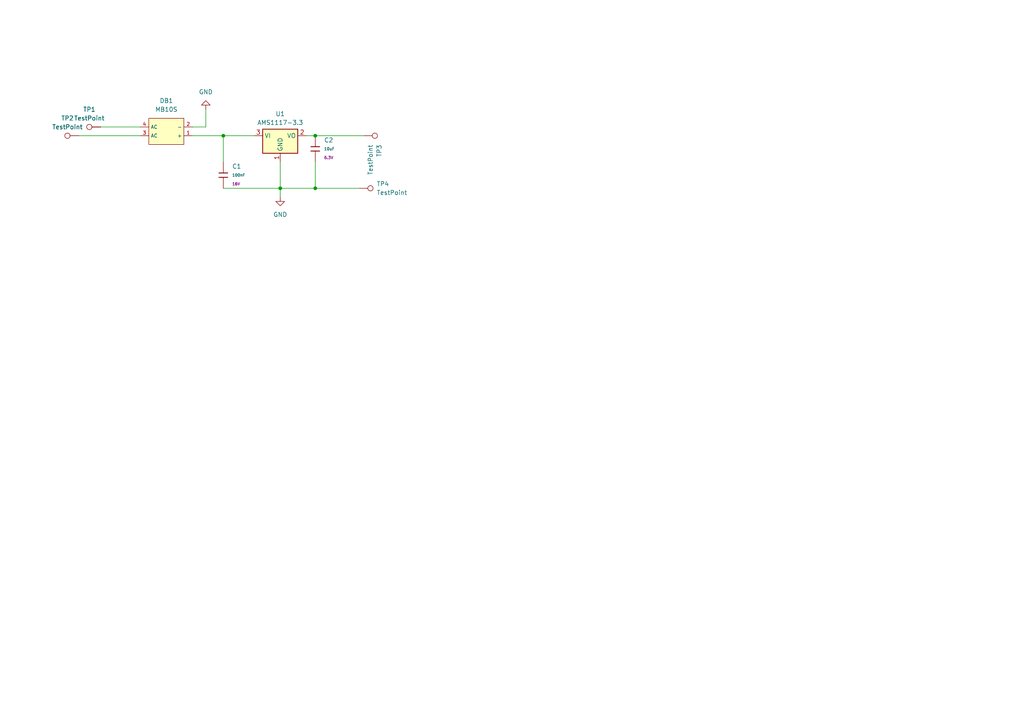
<source format=kicad_sch>
(kicad_sch (version 20250114) (generator "eeschema") (generator_version "9.0")
  (paper "A4")
  (lib_symbols
    (symbol "Connector:TestPoint" (pin_numbers (hide yes)) (pin_names (offset 0.762) (hide yes))
      (property "Reference" "TP" (at 0 6.858 0))
      (property "Value" "TestPoint" (at 0 5.08 0))
      (symbol "TestPoint_0_1"
        (circle (center 0 3.302) (radius 0.762))
      )
      (symbol "TestPoint_1_1"
        (pin passive line (at 0 0 90) (length 2.54) (name "1") (number "1"))
      )
    )
    (symbol "PCM_JLCPCB-Capacitors:0402,100nF" (pin_numbers (hide yes)) (pin_names (offset 0))
      (property "Reference" "C" (at 2.032 1.668 0))
      (property "Value" "100nF" (at 2.032 -0.3782 0))
      (property "Voltage Rated" "16V" (at 2.032 -2.0462 0))
      (symbol "0402,100nF_0_1"
        (polyline (pts (xy -1.27 0.635) (xy 1.27 0.635)) (stroke (width 0.254)))
        (polyline (pts (xy -1.27 -0.635) (xy 1.27 -0.635)) (stroke (width 0.254)))
      )
      (symbol "0402,100nF_1_1"
        (pin passive line (at 0 3.81 270) (length 3.175) (name "~") (number "1"))
        (pin passive line (at 0 -3.81 90) (length 3.175) (name "~") (number "2"))
      )
    )
    (symbol "PCM_JLCPCB-Capacitors:0402,10uF" (pin_numbers (hide yes)) (pin_names (offset 0))
      (property "Reference" "C" (at 2.032 1.668 0))
      (property "Value" "10uF" (at 2.032 -0.3782 0))
      (property "Voltage Rated" "6.3V" (at 2.032 -2.0462 0))
      (symbol "0402,10uF_0_1"
        (polyline (pts (xy -1.27 0.635) (xy 1.27 0.635)) (stroke (width 0.254)))
        (polyline (pts (xy -1.27 -0.635) (xy 1.27 -0.635)) (stroke (width 0.254)))
      )
      (symbol "0402,10uF_1_1"
        (pin passive line (at 0 3.81 270) (length 3.175) (name "~") (number "1"))
        (pin passive line (at 0 -3.81 90) (length 3.175) (name "~") (number "2"))
      )
    )
    (symbol "PCM_JLCPCB-Diode-Packages:Bridge Rectifier, MB10S"
      (property "Reference" "DB" (at 0 1.27 0))
      (property "Value" "MB10S" (at 0 6.35 0))
      (symbol "Bridge Rectifier, MB10S_0_1"
        (pin power_out line (at -7.62 2.54 0) (length 2.54) (name "+") (number "1"))
        (pin power_out line (at -7.62 0 0) (length 2.54) (name "-") (number "2"))
        (pin power_in line (at 7.62 2.54 180) (length 2.54) (name "AC") (number "3"))
        (pin power_in line (at 7.62 0 180) (length 2.54) (name "AC") (number "4"))
      )
      (symbol "Bridge Rectifier, MB10S_1_1"
        (rectangle (start -5.08 5.08) (end 5.08 -2.54) (fill (type background)))
      )
    )
    (symbol "Regulator_Linear:AMS1117-3.3"
      (property "Reference" "U" (at -3.81 3.175 0))
      (property "Value" "AMS1117-3.3" (at 0 3.175 0))
      (symbol "AMS1117-3.3_0_1"
        (rectangle (start -5.08 -5.08) (end 5.08 1.905) (stroke (width 0.254)) (fill (type background)))
      )
      (symbol "AMS1117-3.3_1_1"
        (pin power_in line (at -7.62 0 0) (length 2.54) (name "VI") (number "3"))
        (pin power_in line (at 0 -7.62 90) (length 2.54) (name "GND") (number "1"))
        (pin power_out line (at 7.62 0 180) (length 2.54) (name "VO") (number "2"))
      )
    )
    (symbol "power:GND" (power) (pin_numbers (hide yes)) (pin_names (offset 0) (hide yes))
      (property "Value" "GND" (at 0 -3.81 0))
      (symbol "GND_0_1"
        (polyline (pts (xy 0 0) (xy 0 -1.27) (xy 1.27 -1.27) (xy 0 -2.54) (xy -1.27 -1.27) (xy 0 -1.27)))
      )
      (symbol "GND_1_1"
        (pin power_in line (at 0 0 270) (length 0) (name "~") (number "1"))
      )
    )
  )
  (junction (at 81.28 54.61))
  (junction (at 91.44 54.61))
  (junction (at 64.77 39.37))
  (junction (at 91.44 39.37))
  (wire (pts (xy 81.28 54.61) (xy 64.77 54.61)))
  (wire (pts (xy 55.88 39.37) (xy 64.77 39.37)))
  (wire (pts (xy 91.44 54.61) (xy 81.28 54.61)))
  (wire (pts (xy 81.28 46.99) (xy 81.28 54.61)))
  (wire (pts (xy 64.77 39.37) (xy 64.77 46.99)))
  (wire (pts (xy 64.77 39.37) (xy 73.66 39.37)))
  (wire (pts (xy 91.44 54.61) (xy 104.14 54.61)))
  (wire (pts (xy 81.28 54.61) (xy 81.28 57.15)))
  (wire (pts (xy 59.69 36.83) (xy 59.69 31.75)))
  (wire (pts (xy 88.9 39.37) (xy 91.44 39.37)))
  (wire (pts (xy 55.88 36.83) (xy 59.69 36.83)))
  (wire (pts (xy 29.21 36.83) (xy 40.64 36.83)))
  (wire (pts (xy 91.44 46.99) (xy 91.44 54.61)))
  (wire (pts (xy 22.86 39.37) (xy 40.64 39.37)))
  (wire (pts (xy 91.44 39.37) (xy 105.41 39.37)))
  (symbol (lib_id "Connector:TestPoint") (at 105.41 39.37 270) (unit 1)
    (property "Reference" "TP3" (at 109.9821 41.91 0) (effects (justify left)))
    (property "Value" "TestPoint" (at 107.4421 41.91 0) (effects (justify left)))
    (property "Footprint" "TestPoint:TestPoint_THTPad_1.5x1.5mm_Drill0.7mm" (effects (hide yes)))
    (property "Description" "test point" (effects (hide yes)))
  )
  (symbol (lib_id "Regulator_Linear:AMS1117-3.3") (at 81.28 39.37 0) (unit 1)
    (property "Reference" "U1" (at 81.28 33.02 0))
    (property "Value" "AMS1117-3.3" (at 81.28 35.56 0))
    (property "Footprint" "Package_TO_SOT_SMD:SOT-223-3_TabPin2" (effects (hide yes)))
    (property "Datasheet" "http://www.advanced-monolithic.com/pdf/ds1117.pdf" (effects (hide yes)))
    (property "Description" "1A Low Dropout regulator, positive, 3.3V fixed output, SOT-223" (effects (hide yes)))
  )
  (symbol (lib_id "Connector:TestPoint") (at 22.86 39.37 90) (unit 1)
    (property "Reference" "TP2" (at 19.558 34.29 90))
    (property "Value" "TestPoint" (at 19.558 36.83 90))
    (property "Footprint" "TestPoint:TestPoint_THTPad_1.5x1.5mm_Drill0.7mm" (effects (hide yes)))
    (property "Description" "test point" (effects (hide yes)))
  )
  (symbol (lib_id "PCM_JLCPCB-Diode-Packages:Bridge Rectifier, MB10S") (at 48.26 36.83 180) (unit 1)
    (property "Reference" "DB1" (at 48.26 29.21 0))
    (property "Value" "MB10S" (at 48.26 31.75 0))
    (property "Footprint" "PCM_JLCPCB:MBS_L4.7-W3.8-P2.40-LS7.0-TL" (effects (hide yes)))
    (property "Datasheet" "https://www.lcsc.com/datasheet/lcsc_datasheet_2408090954_MDD-Microdiode-Semiconductor-MB10S_C2488.pdf" (effects (hide yes)))
    (property "Description" "35A 1.1V@400mA 1A 1kV MBS Bridge Rectifiers ROHS" (effects (hide yes)))
    (property "LCSC" "C2488" (effects (hide yes)))
    (property "Stock" "390549" (effects (hide yes)))
    (property "Price" "0.028USD" (effects (hide yes)))
    (property "Process" "SMT" (effects (hide yes)))
    (property "Minimum Qty" "10" (effects (hide yes)))
    (property "Attrition Qty" "5" (effects (hide yes)))
    (property "Class" "Basic Component" (effects (hide yes)))
    (property "Category" "Diodes,Bridge Rectifiers" (effects (hide yes)))
    (property "Manufacturer" "MDD（Microdiode Electronics）" (effects (hide yes)))
    (property "Part" "MB10S-50MIL" (effects (hide yes)))
    (property "Reverse Leakage Current (Ir)" "5uA@1kV" (effects (hide yes)))
    (property "Average Rectified Current (Io)" "1A" (effects (hide yes)))
    (property "Reverse Voltage (Vr)" "1kV" (effects (hide yes)))
    (property "Forward Voltage (Vf@If)" "1.1V@400mA" (effects (hide yes)))
    (property "Operating Temperature" "-55°C~+150°C@(Tj)" (effects (hide yes)))
    (property "Peak Forward Surge Current" "35A" (effects (hide yes)))
    (property "Rectified Current" "1A" (effects (hide yes)))
  )
  (symbol (lib_id "power:GND") (at 59.69 31.75 180) (unit 1)
    (property "Reference" "#PWR01" (effects (hide yes)))
    (property "Value" "GND" (at 59.69 26.67 0))
    (property "Description" "Power symbol creates a global label with name \"GND\" , ground" (effects (hide yes)))
  )
  (symbol (lib_id "power:GND") (at 81.28 57.15 0) (unit 1)
    (property "Reference" "#PWR02" (effects (hide yes)))
    (property "Value" "GND" (at 81.28 62.23 0))
    (property "Description" "Power symbol creates a global label with name \"GND\" , ground" (effects (hide yes)))
  )
  (symbol (lib_id "Connector:TestPoint") (at 29.21 36.83 90) (unit 1)
    (property "Reference" "TP1" (at 25.908 31.75 90))
    (property "Value" "TestPoint" (at 25.908 34.29 90))
    (property "Footprint" "TestPoint:TestPoint_THTPad_1.5x1.5mm_Drill0.7mm" (effects (hide yes)))
    (property "Description" "test point" (effects (hide yes)))
  )
  (symbol (lib_id "PCM_JLCPCB-Capacitors:0402,10uF") (at 91.44 43.18 0) (unit 1)
    (property "Reference" "C2" (at 93.98 40.6399 0) (effects (justify left)))
    (property "Value" "10uF" (at 93.98 43.18 0) (effects (font (size 0.8 0.8)) (justify left)))
    (property "Footprint" "PCM_JLCPCB:C_0402" (effects (hide yes)))
    (property "Datasheet" "https://www.lcsc.com/datasheet/lcsc_datasheet_2208231630_Samsung-Electro-Mechanics-CL05A106MQ5NUNC_C15525.pdf" (effects (hide yes)))
    (property "Description" "6.3V 10uF X5R ±20% 0402 Multilayer Ceramic Capacitors MLCC - SMD/SMT ROHS" (effects (hide yes)))
    (property "LCSC" "C15525" (effects (hide yes)))
    (property "Stock" "1221092" (effects (hide yes)))
    (property "Price" "0.009USD" (effects (hide yes)))
    (property "Process" "SMT" (effects (hide yes)))
    (property "Minimum Qty" "20" (effects (hide yes)))
    (property "Attrition Qty" "10" (effects (hide yes)))
    (property "Class" "Basic Component" (effects (hide yes)))
    (property "Category" "Capacitors,Multilayer Ceramic Capacitors MLCC - SMD/SMT" (effects (hide yes)))
    (property "Manufacturer" "Samsung Electro-Mechanics" (effects (hide yes)))
    (property "Part" "CL05A106MQ5NUNC" (effects (hide yes)))
    (property "Voltage Rated" "6.3V" (at 93.98 45.72 0) (effects (font (size 0.8 0.8)) (justify left)))
    (property "Tolerance" "±20%" (effects (hide yes)))
    (property "Capacitance" "10uF" (effects (hide yes)))
    (property "Temperature Coefficient" "X5R" (effects (hide yes)))
  )
  (symbol (lib_id "Connector:TestPoint") (at 104.14 54.61 270) (unit 1)
    (property "Reference" "TP4" (at 109.22 53.3399 90) (effects (justify left)))
    (property "Value" "TestPoint" (at 109.22 55.8799 90) (effects (justify left)))
    (property "Footprint" "TestPoint:TestPoint_THTPad_1.5x1.5mm_Drill0.7mm" (effects (hide yes)))
    (property "Description" "test point" (effects (hide yes)))
  )
  (symbol (lib_id "PCM_JLCPCB-Capacitors:0402,100nF") (at 64.77 50.8 0) (unit 1)
    (property "Reference" "C1" (at 67.31 48.2599 0) (effects (justify left)))
    (property "Value" "100nF" (at 67.31 50.8 0) (effects (font (size 0.8 0.8)) (justify left)))
    (property "Footprint" "PCM_JLCPCB:C_0402" (effects (hide yes)))
    (property "Datasheet" "https://www.lcsc.com/datasheet/lcsc_datasheet_2304140030_Samsung-Electro-Mechanics-CL05B104KO5NNNC_C1525.pdf" (effects (hide yes)))
    (property "Description" "16V 100nF X7R ±10% 0402 Multilayer Ceramic Capacitors MLCC - SMD/SMT ROHS" (effects (hide yes)))
    (property "LCSC" "C1525" (effects (hide yes)))
    (property "Stock" "16665661" (effects (hide yes)))
    (property "Price" "0.004USD" (effects (hide yes)))
    (property "Process" "SMT" (effects (hide yes)))
    (property "Minimum Qty" "20" (effects (hide yes)))
    (property "Attrition Qty" "10" (effects (hide yes)))
    (property "Class" "Basic Component" (effects (hide yes)))
    (property "Category" "Capacitors,Multilayer Ceramic Capacitors MLCC - SMD/SMT" (effects (hide yes)))
    (property "Manufacturer" "Samsung Electro-Mechanics" (effects (hide yes)))
    (property "Part" "CL05B104KO5NNNC" (effects (hide yes)))
    (property "Voltage Rated" "16V" (at 67.31 53.34 0) (effects (font (size 0.8 0.8)) (justify left)))
    (property "Tolerance" "±10%" (effects (hide yes)))
    (property "Capacitance" "100nF" (effects (hide yes)))
    (property "Temperature Coefficient" "X7R" (effects (hide yes)))
  )
)
</source>
